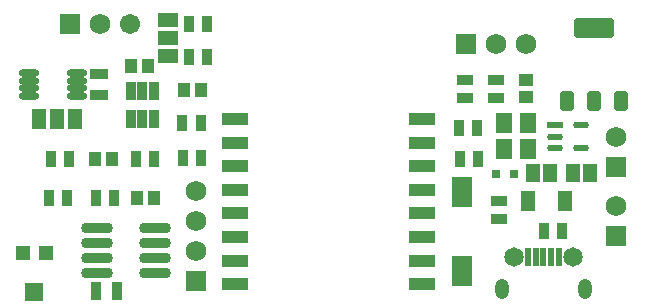
<source format=gts>
G04*
G04 #@! TF.GenerationSoftware,Altium Limited,Altium Designer,19.1.6 (110)*
G04*
G04 Layer_Color=8388736*
%FSLAX25Y25*%
%MOIN*%
G70*
G01*
G75*
%ADD15O,0.10642X0.03556*%
%ADD16R,0.04724X0.04724*%
%ADD17R,0.06299X0.05906*%
%ADD18O,0.06706X0.02572*%
%ADD19R,0.04528X0.06693*%
%ADD20R,0.03759X0.05339*%
%ADD21R,0.03556X0.05918*%
%ADD22R,0.06706X0.04737*%
%ADD23R,0.04737X0.06706*%
%ADD24R,0.08661X0.04331*%
%ADD25R,0.03740X0.06299*%
%ADD26R,0.06299X0.03740*%
G04:AMPARAMS|DCode=27|XSize=132.02mil|YSize=65.09mil|CornerRadius=6mil|HoleSize=0mil|Usage=FLASHONLY|Rotation=180.000|XOffset=0mil|YOffset=0mil|HoleType=Round|Shape=RoundedRectangle|*
%AMROUNDEDRECTD27*
21,1,0.13202,0.05309,0,0,180.0*
21,1,0.12002,0.06509,0,0,180.0*
1,1,0.01200,-0.06001,0.02655*
1,1,0.01200,0.06001,0.02655*
1,1,0.01200,0.06001,-0.02655*
1,1,0.01200,-0.06001,-0.02655*
%
%ADD27ROUNDEDRECTD27*%
G04:AMPARAMS|DCode=28|XSize=43.43mil|YSize=65.09mil|CornerRadius=5.95mil|HoleSize=0mil|Usage=FLASHONLY|Rotation=180.000|XOffset=0mil|YOffset=0mil|HoleType=Round|Shape=RoundedRectangle|*
%AMROUNDEDRECTD28*
21,1,0.04343,0.05319,0,0,180.0*
21,1,0.03154,0.06509,0,0,180.0*
1,1,0.01190,-0.01577,0.02659*
1,1,0.01190,0.01577,0.02659*
1,1,0.01190,0.01577,-0.02659*
1,1,0.01190,-0.01577,-0.02659*
%
%ADD28ROUNDEDRECTD28*%
%ADD29R,0.03968X0.04969*%
%ADD30R,0.05339X0.03759*%
%ADD31R,0.06706X0.09855*%
%ADD32R,0.04969X0.03968*%
%ADD33R,0.04934X0.06115*%
%ADD34R,0.05721X0.06902*%
%ADD35R,0.03150X0.03150*%
G04:AMPARAMS|DCode=36|XSize=52.69mil|YSize=22.75mil|CornerRadius=11.38mil|HoleSize=0mil|Usage=FLASHONLY|Rotation=0.000|XOffset=0mil|YOffset=0mil|HoleType=Round|Shape=RoundedRectangle|*
%AMROUNDEDRECTD36*
21,1,0.05269,0.00000,0,0,0.0*
21,1,0.02993,0.02275,0,0,0.0*
1,1,0.02275,0.01497,0.00000*
1,1,0.02275,-0.01497,0.00000*
1,1,0.02275,-0.01497,0.00000*
1,1,0.02275,0.01497,0.00000*
%
%ADD36ROUNDEDRECTD36*%
%ADD37R,0.05269X0.02275*%
%ADD38R,0.02375X0.06115*%
%ADD39O,0.04737X0.06706*%
%ADD40C,0.06706*%
%ADD41C,0.06902*%
%ADD42R,0.06902X0.06902*%
%ADD43R,0.06902X0.06902*%
%ADD44C,0.06509*%
D15*
X351354Y297500D02*
D03*
Y292500D02*
D03*
Y287500D02*
D03*
Y282500D02*
D03*
X370646Y297500D02*
D03*
Y292500D02*
D03*
Y287500D02*
D03*
Y282500D02*
D03*
D16*
X326563Y289094D02*
D03*
X334437D02*
D03*
D17*
X330500Y276299D02*
D03*
D18*
X328654Y349213D02*
D03*
Y346654D02*
D03*
Y344094D02*
D03*
Y341535D02*
D03*
X344598Y349213D02*
D03*
Y346654D02*
D03*
Y344094D02*
D03*
Y341535D02*
D03*
D19*
X495000Y306500D02*
D03*
X507402D02*
D03*
D20*
X500446Y296500D02*
D03*
X506554D02*
D03*
X350946Y307500D02*
D03*
X357054D02*
D03*
X364446Y320500D02*
D03*
X370554D02*
D03*
X335946D02*
D03*
X342054D02*
D03*
X335446Y307500D02*
D03*
X341554D02*
D03*
X381946Y365500D02*
D03*
X388054D02*
D03*
X381946Y354500D02*
D03*
X388054D02*
D03*
X379892Y332500D02*
D03*
X386000D02*
D03*
X379946Y321000D02*
D03*
X386054D02*
D03*
X478554Y320500D02*
D03*
X472446D02*
D03*
X471946Y331000D02*
D03*
X478054D02*
D03*
D21*
X362760Y333776D02*
D03*
X366500D02*
D03*
X370240D02*
D03*
Y343224D02*
D03*
X366500D02*
D03*
X362760D02*
D03*
D22*
X375000Y355000D02*
D03*
Y361000D02*
D03*
Y367000D02*
D03*
D23*
X332126Y333874D02*
D03*
X338126D02*
D03*
X344126D02*
D03*
D24*
X459724Y333929D02*
D03*
Y326055D02*
D03*
Y318181D02*
D03*
Y310307D02*
D03*
Y302433D02*
D03*
Y294559D02*
D03*
Y286685D02*
D03*
Y278811D02*
D03*
X397520D02*
D03*
Y286685D02*
D03*
Y294559D02*
D03*
Y302433D02*
D03*
Y310307D02*
D03*
Y318181D02*
D03*
Y326055D02*
D03*
Y333929D02*
D03*
D25*
X351055Y276500D02*
D03*
X357945D02*
D03*
D26*
X352126Y348819D02*
D03*
Y341929D02*
D03*
D27*
X517000Y364106D02*
D03*
D28*
X526055Y339894D02*
D03*
X517000D02*
D03*
X507945D02*
D03*
D29*
X368265Y351500D02*
D03*
X362736D02*
D03*
X356264Y320500D02*
D03*
X350735D02*
D03*
X370265Y307500D02*
D03*
X364736D02*
D03*
X386000Y343500D02*
D03*
X380471D02*
D03*
D30*
X485500Y306554D02*
D03*
Y300446D02*
D03*
X474000Y340946D02*
D03*
Y347054D02*
D03*
X484500Y340946D02*
D03*
Y347054D02*
D03*
D31*
X473000Y309689D02*
D03*
Y283311D02*
D03*
D32*
X494500Y346764D02*
D03*
Y341235D02*
D03*
D33*
X515854Y316000D02*
D03*
X510146D02*
D03*
X496791D02*
D03*
X502500D02*
D03*
D34*
X486965Y324000D02*
D03*
X495035D02*
D03*
X486965Y332535D02*
D03*
X495036D02*
D03*
D35*
X484547Y315500D02*
D03*
X490453D02*
D03*
D36*
X512894Y331740D02*
D03*
Y324260D02*
D03*
X504106D02*
D03*
Y328000D02*
D03*
D37*
Y331740D02*
D03*
D38*
X495039Y288000D02*
D03*
X497598D02*
D03*
X500157D02*
D03*
X502716D02*
D03*
X505276D02*
D03*
D39*
X513937Y277370D02*
D03*
X486378D02*
D03*
D40*
X362500Y365500D02*
D03*
D41*
X352500D02*
D03*
X524500Y328000D02*
D03*
Y305000D02*
D03*
X384500Y290000D02*
D03*
Y300000D02*
D03*
Y310000D02*
D03*
X494500Y359000D02*
D03*
X484500D02*
D03*
D42*
X342500Y365500D02*
D03*
X474500Y359000D02*
D03*
D43*
X524500Y318000D02*
D03*
Y295000D02*
D03*
X384500Y280000D02*
D03*
D44*
X510000Y288000D02*
D03*
X490315D02*
D03*
M02*

</source>
